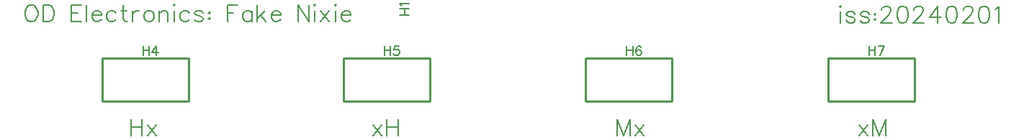
<source format=gto>
G04 Layer: TopSilkscreenLayer*
G04 EasyEDA v6.5.40, 2024-02-02 10:37:13*
G04 a77a6519c85945819b4ef728552386b2,10*
G04 Gerber Generator version 0.2*
G04 Scale: 100 percent, Rotated: No, Reflected: No *
G04 Dimensions in millimeters *
G04 leading zeros omitted , absolute positions ,4 integer and 5 decimal *
%FSLAX45Y45*%
%MOMM*%

%ADD10C,0.2032*%
%ADD11C,0.1524*%
%ADD12C,0.2540*%

%LPD*%
D10*
X322071Y2808478D02*
G01*
X303529Y2799334D01*
X285242Y2780792D01*
X275844Y2762250D01*
X266700Y2734563D01*
X266700Y2688589D01*
X275844Y2660650D01*
X285242Y2642362D01*
X303529Y2623820D01*
X322071Y2614676D01*
X359155Y2614676D01*
X377444Y2623820D01*
X395986Y2642362D01*
X405129Y2660650D01*
X414528Y2688589D01*
X414528Y2734563D01*
X405129Y2762250D01*
X395986Y2780792D01*
X377444Y2799334D01*
X359155Y2808478D01*
X322071Y2808478D01*
X475487Y2808478D02*
G01*
X475487Y2614676D01*
X475487Y2808478D02*
G01*
X540004Y2808478D01*
X567689Y2799334D01*
X586231Y2780792D01*
X595629Y2762250D01*
X604773Y2734563D01*
X604773Y2688589D01*
X595629Y2660650D01*
X586231Y2642362D01*
X567689Y2623820D01*
X540004Y2614676D01*
X475487Y2614676D01*
X807973Y2808478D02*
G01*
X807973Y2614676D01*
X807973Y2808478D02*
G01*
X928115Y2808478D01*
X807973Y2716276D02*
G01*
X881887Y2716276D01*
X807973Y2614676D02*
G01*
X928115Y2614676D01*
X989076Y2808478D02*
G01*
X989076Y2614676D01*
X1050036Y2688589D02*
G01*
X1160779Y2688589D01*
X1160779Y2706878D01*
X1151636Y2725420D01*
X1142237Y2734563D01*
X1123950Y2743962D01*
X1096010Y2743962D01*
X1077721Y2734563D01*
X1059179Y2716276D01*
X1050036Y2688589D01*
X1050036Y2670047D01*
X1059179Y2642362D01*
X1077721Y2623820D01*
X1096010Y2614676D01*
X1123950Y2614676D01*
X1142237Y2623820D01*
X1160779Y2642362D01*
X1332484Y2716276D02*
G01*
X1314195Y2734563D01*
X1295654Y2743962D01*
X1267968Y2743962D01*
X1249426Y2734563D01*
X1230884Y2716276D01*
X1221739Y2688589D01*
X1221739Y2670047D01*
X1230884Y2642362D01*
X1249426Y2623820D01*
X1267968Y2614676D01*
X1295654Y2614676D01*
X1314195Y2623820D01*
X1332484Y2642362D01*
X1421129Y2808478D02*
G01*
X1421129Y2651505D01*
X1430528Y2623820D01*
X1449070Y2614676D01*
X1467357Y2614676D01*
X1393444Y2743962D02*
G01*
X1458213Y2743962D01*
X1528318Y2743962D02*
G01*
X1528318Y2614676D01*
X1528318Y2688589D02*
G01*
X1537715Y2716276D01*
X1556004Y2734563D01*
X1574545Y2743962D01*
X1602231Y2743962D01*
X1709420Y2743962D02*
G01*
X1690878Y2734563D01*
X1672589Y2716276D01*
X1663192Y2688589D01*
X1663192Y2670047D01*
X1672589Y2642362D01*
X1690878Y2623820D01*
X1709420Y2614676D01*
X1737105Y2614676D01*
X1755647Y2623820D01*
X1774189Y2642362D01*
X1783334Y2670047D01*
X1783334Y2688589D01*
X1774189Y2716276D01*
X1755647Y2734563D01*
X1737105Y2743962D01*
X1709420Y2743962D01*
X1844294Y2743962D02*
G01*
X1844294Y2614676D01*
X1844294Y2706878D02*
G01*
X1871979Y2734563D01*
X1890521Y2743962D01*
X1918207Y2743962D01*
X1936750Y2734563D01*
X1945894Y2706878D01*
X1945894Y2614676D01*
X2006854Y2808478D02*
G01*
X2015997Y2799334D01*
X2025395Y2808478D01*
X2015997Y2817876D01*
X2006854Y2808478D01*
X2015997Y2743962D02*
G01*
X2015997Y2614676D01*
X2197100Y2716276D02*
G01*
X2178558Y2734563D01*
X2160270Y2743962D01*
X2132329Y2743962D01*
X2114041Y2734563D01*
X2095500Y2716276D01*
X2086356Y2688589D01*
X2086356Y2670047D01*
X2095500Y2642362D01*
X2114041Y2623820D01*
X2132329Y2614676D01*
X2160270Y2614676D01*
X2178558Y2623820D01*
X2197100Y2642362D01*
X2359659Y2716276D02*
G01*
X2350515Y2734563D01*
X2322829Y2743962D01*
X2294890Y2743962D01*
X2267204Y2734563D01*
X2258059Y2716276D01*
X2267204Y2697734D01*
X2285745Y2688589D01*
X2331974Y2679192D01*
X2350515Y2670047D01*
X2359659Y2651505D01*
X2359659Y2642362D01*
X2350515Y2623820D01*
X2322829Y2614676D01*
X2294890Y2614676D01*
X2267204Y2623820D01*
X2258059Y2642362D01*
X2429763Y2725420D02*
G01*
X2420620Y2716276D01*
X2429763Y2706878D01*
X2439161Y2716276D01*
X2429763Y2725420D01*
X2429763Y2660650D02*
G01*
X2420620Y2651505D01*
X2429763Y2642362D01*
X2439161Y2651505D01*
X2429763Y2660650D01*
X2642361Y2808478D02*
G01*
X2642361Y2614676D01*
X2642361Y2808478D02*
G01*
X2762250Y2808478D01*
X2642361Y2716276D02*
G01*
X2716275Y2716276D01*
X2934208Y2743962D02*
G01*
X2934208Y2614676D01*
X2934208Y2716276D02*
G01*
X2915665Y2734563D01*
X2897124Y2743962D01*
X2869438Y2743962D01*
X2851150Y2734563D01*
X2832608Y2716276D01*
X2823209Y2688589D01*
X2823209Y2670047D01*
X2832608Y2642362D01*
X2851150Y2623820D01*
X2869438Y2614676D01*
X2897124Y2614676D01*
X2915665Y2623820D01*
X2934208Y2642362D01*
X2995168Y2808478D02*
G01*
X2995168Y2614676D01*
X3087370Y2743962D02*
G01*
X2995168Y2651505D01*
X3031997Y2688589D02*
G01*
X3096768Y2614676D01*
X3157727Y2688589D02*
G01*
X3268472Y2688589D01*
X3268472Y2706878D01*
X3259327Y2725420D01*
X3249929Y2734563D01*
X3231641Y2743962D01*
X3203956Y2743962D01*
X3185413Y2734563D01*
X3166872Y2716276D01*
X3157727Y2688589D01*
X3157727Y2670047D01*
X3166872Y2642362D01*
X3185413Y2623820D01*
X3203956Y2614676D01*
X3231641Y2614676D01*
X3249929Y2623820D01*
X3268472Y2642362D01*
X3471672Y2808478D02*
G01*
X3471672Y2614676D01*
X3471672Y2808478D02*
G01*
X3600958Y2614676D01*
X3600958Y2808478D02*
G01*
X3600958Y2614676D01*
X3661918Y2808478D02*
G01*
X3671315Y2799334D01*
X3680459Y2808478D01*
X3671315Y2817876D01*
X3661918Y2808478D01*
X3671315Y2743962D02*
G01*
X3671315Y2614676D01*
X3741420Y2743962D02*
G01*
X3843020Y2614676D01*
X3843020Y2743962D02*
G01*
X3741420Y2614676D01*
X3903979Y2808478D02*
G01*
X3913124Y2799334D01*
X3922522Y2808478D01*
X3913124Y2817876D01*
X3903979Y2808478D01*
X3913124Y2743962D02*
G01*
X3913124Y2614676D01*
X3983481Y2688589D02*
G01*
X4094225Y2688589D01*
X4094225Y2706878D01*
X4085081Y2725420D01*
X4075684Y2734563D01*
X4057395Y2743962D01*
X4029709Y2743962D01*
X4011168Y2734563D01*
X3992625Y2716276D01*
X3983481Y2688589D01*
X3983481Y2670047D01*
X3992625Y2642362D01*
X4011168Y2623820D01*
X4029709Y2614676D01*
X4057395Y2614676D01*
X4075684Y2623820D01*
X4094225Y2642362D01*
X1511300Y1462278D02*
G01*
X1511300Y1268476D01*
X1640586Y1462278D02*
G01*
X1640586Y1268476D01*
X1511300Y1370076D02*
G01*
X1640586Y1370076D01*
X1701545Y1397762D02*
G01*
X1803145Y1268476D01*
X1803145Y1397762D02*
G01*
X1701545Y1268476D01*
X4356018Y1397762D02*
G01*
X4457618Y1268476D01*
X4457618Y1397762D02*
G01*
X4356018Y1268476D01*
X4518578Y1462278D02*
G01*
X4518578Y1268476D01*
X4647864Y1462278D02*
G01*
X4647864Y1268476D01*
X4518578Y1370076D02*
G01*
X4647864Y1370076D01*
X7226386Y1462278D02*
G01*
X7226386Y1268476D01*
X7226386Y1462278D02*
G01*
X7300300Y1268476D01*
X7373960Y1462278D02*
G01*
X7300300Y1268476D01*
X7373960Y1462278D02*
G01*
X7373960Y1268476D01*
X7434920Y1397762D02*
G01*
X7536520Y1268476D01*
X7536520Y1397762D02*
G01*
X7434920Y1268476D01*
X10071100Y1397762D02*
G01*
X10172700Y1268476D01*
X10172700Y1397762D02*
G01*
X10071100Y1268476D01*
X10233659Y1462278D02*
G01*
X10233659Y1268476D01*
X10233659Y1462278D02*
G01*
X10307574Y1268476D01*
X10381488Y1462278D02*
G01*
X10307574Y1268476D01*
X10381488Y1462278D02*
G01*
X10381488Y1268476D01*
X9842500Y2795778D02*
G01*
X9851643Y2786634D01*
X9861041Y2795778D01*
X9851643Y2805176D01*
X9842500Y2795778D01*
X9851643Y2731262D02*
G01*
X9851643Y2601976D01*
X10023602Y2703576D02*
G01*
X10014204Y2721863D01*
X9986518Y2731262D01*
X9958831Y2731262D01*
X9931145Y2721863D01*
X9922002Y2703576D01*
X9931145Y2685034D01*
X9949688Y2675889D01*
X9995915Y2666492D01*
X10014204Y2657347D01*
X10023602Y2638805D01*
X10023602Y2629662D01*
X10014204Y2611120D01*
X9986518Y2601976D01*
X9958831Y2601976D01*
X9931145Y2611120D01*
X9922002Y2629662D01*
X10186161Y2703576D02*
G01*
X10176763Y2721863D01*
X10149077Y2731262D01*
X10121391Y2731262D01*
X10093706Y2721863D01*
X10084561Y2703576D01*
X10093706Y2685034D01*
X10112247Y2675889D01*
X10158475Y2666492D01*
X10176763Y2657347D01*
X10186161Y2638805D01*
X10186161Y2629662D01*
X10176763Y2611120D01*
X10149077Y2601976D01*
X10121391Y2601976D01*
X10093706Y2611120D01*
X10084561Y2629662D01*
X10256265Y2712720D02*
G01*
X10247122Y2703576D01*
X10256265Y2694178D01*
X10265409Y2703576D01*
X10256265Y2712720D01*
X10256265Y2647950D02*
G01*
X10247122Y2638805D01*
X10256265Y2629662D01*
X10265409Y2638805D01*
X10256265Y2647950D01*
X10335768Y2749550D02*
G01*
X10335768Y2758947D01*
X10344911Y2777489D01*
X10354309Y2786634D01*
X10372597Y2795778D01*
X10409681Y2795778D01*
X10427970Y2786634D01*
X10437368Y2777489D01*
X10446511Y2758947D01*
X10446511Y2740405D01*
X10437368Y2721863D01*
X10418825Y2694178D01*
X10326370Y2601976D01*
X10455909Y2601976D01*
X10572241Y2795778D02*
G01*
X10544556Y2786634D01*
X10526013Y2758947D01*
X10516870Y2712720D01*
X10516870Y2685034D01*
X10526013Y2638805D01*
X10544556Y2611120D01*
X10572241Y2601976D01*
X10590529Y2601976D01*
X10618470Y2611120D01*
X10636758Y2638805D01*
X10646156Y2685034D01*
X10646156Y2712720D01*
X10636758Y2758947D01*
X10618470Y2786634D01*
X10590529Y2795778D01*
X10572241Y2795778D01*
X10716259Y2749550D02*
G01*
X10716259Y2758947D01*
X10725404Y2777489D01*
X10734802Y2786634D01*
X10753090Y2795778D01*
X10790174Y2795778D01*
X10808715Y2786634D01*
X10817859Y2777489D01*
X10827004Y2758947D01*
X10827004Y2740405D01*
X10817859Y2721863D01*
X10799318Y2694178D01*
X10707115Y2601976D01*
X10836402Y2601976D01*
X10989563Y2795778D02*
G01*
X10897361Y2666492D01*
X11035791Y2666492D01*
X10989563Y2795778D02*
G01*
X10989563Y2601976D01*
X11152124Y2795778D02*
G01*
X11124438Y2786634D01*
X11106150Y2758947D01*
X11096752Y2712720D01*
X11096752Y2685034D01*
X11106150Y2638805D01*
X11124438Y2611120D01*
X11152124Y2601976D01*
X11170665Y2601976D01*
X11198352Y2611120D01*
X11216893Y2638805D01*
X11226038Y2685034D01*
X11226038Y2712720D01*
X11216893Y2758947D01*
X11198352Y2786634D01*
X11170665Y2795778D01*
X11152124Y2795778D01*
X11296395Y2749550D02*
G01*
X11296395Y2758947D01*
X11305540Y2777489D01*
X11314684Y2786634D01*
X11333225Y2795778D01*
X11370309Y2795778D01*
X11388597Y2786634D01*
X11397995Y2777489D01*
X11407140Y2758947D01*
X11407140Y2740405D01*
X11397995Y2721863D01*
X11379454Y2694178D01*
X11286997Y2601976D01*
X11416284Y2601976D01*
X11532870Y2795778D02*
G01*
X11504929Y2786634D01*
X11486641Y2758947D01*
X11477243Y2712720D01*
X11477243Y2685034D01*
X11486641Y2638805D01*
X11504929Y2611120D01*
X11532870Y2601976D01*
X11551158Y2601976D01*
X11578843Y2611120D01*
X11597386Y2638805D01*
X11606529Y2685034D01*
X11606529Y2712720D01*
X11597386Y2758947D01*
X11578843Y2786634D01*
X11551158Y2795778D01*
X11532870Y2795778D01*
X11667490Y2758947D02*
G01*
X11686031Y2768092D01*
X11713718Y2795778D01*
X11713718Y2601976D01*
D11*
X4672584Y2692400D02*
G01*
X4781550Y2692400D01*
X4672584Y2765044D02*
G01*
X4781550Y2765044D01*
X4724400Y2692400D02*
G01*
X4724400Y2765044D01*
X4693411Y2799334D02*
G01*
X4688077Y2809747D01*
X4672584Y2825495D01*
X4781550Y2825495D01*
X1651000Y2325115D02*
G01*
X1651000Y2216150D01*
X1723644Y2325115D02*
G01*
X1723644Y2216150D01*
X1651000Y2273300D02*
G01*
X1723644Y2273300D01*
X1810004Y2325115D02*
G01*
X1757934Y2252471D01*
X1835912Y2252471D01*
X1810004Y2325115D02*
G01*
X1810004Y2216150D01*
X4488294Y2325115D02*
G01*
X4488294Y2216150D01*
X4560938Y2325115D02*
G01*
X4560938Y2216150D01*
X4488294Y2273300D02*
G01*
X4560938Y2273300D01*
X4657712Y2325115D02*
G01*
X4605642Y2325115D01*
X4600562Y2278379D01*
X4605642Y2283460D01*
X4621390Y2288794D01*
X4636884Y2288794D01*
X4652378Y2283460D01*
X4662792Y2273300D01*
X4668126Y2257552D01*
X4668126Y2247137D01*
X4662792Y2231644D01*
X4652378Y2221229D01*
X4636884Y2216150D01*
X4621390Y2216150D01*
X4605642Y2221229D01*
X4600562Y2226310D01*
X4595228Y2236723D01*
X7338288Y2325115D02*
G01*
X7338288Y2216150D01*
X7410932Y2325115D02*
G01*
X7410932Y2216150D01*
X7338288Y2273300D02*
G01*
X7410932Y2273300D01*
X7507706Y2309621D02*
G01*
X7502372Y2320036D01*
X7486878Y2325115D01*
X7476464Y2325115D01*
X7460970Y2320036D01*
X7450556Y2304287D01*
X7445222Y2278379D01*
X7445222Y2252471D01*
X7450556Y2231644D01*
X7460970Y2221229D01*
X7476464Y2216150D01*
X7481798Y2216150D01*
X7497292Y2221229D01*
X7507706Y2231644D01*
X7512786Y2247137D01*
X7512786Y2252471D01*
X7507706Y2267965D01*
X7497292Y2278379D01*
X7481798Y2283460D01*
X7476464Y2283460D01*
X7460970Y2278379D01*
X7450556Y2267965D01*
X7445222Y2252471D01*
X10188282Y2325115D02*
G01*
X10188282Y2216150D01*
X10260926Y2325115D02*
G01*
X10260926Y2216150D01*
X10188282Y2273300D02*
G01*
X10260926Y2273300D01*
X10368114Y2325115D02*
G01*
X10316044Y2216150D01*
X10295216Y2325115D02*
G01*
X10368114Y2325115D01*
D12*
X1168400Y2184400D02*
G01*
X2184400Y2184400D01*
X2184400Y1676400D01*
X1168400Y1676400D01*
X1168400Y2184400D01*
X4005694Y2184400D02*
G01*
X5021694Y2184400D01*
X5021694Y1676400D01*
X4005694Y1676400D01*
X4005694Y2184400D01*
X6855688Y2184400D02*
G01*
X7871688Y2184400D01*
X7871688Y1676400D01*
X6855688Y1676400D01*
X6855688Y2184400D01*
X9705682Y2184400D02*
G01*
X10721682Y2184400D01*
X10721682Y1676400D01*
X9705682Y1676400D01*
X9705682Y2184400D01*
M02*

</source>
